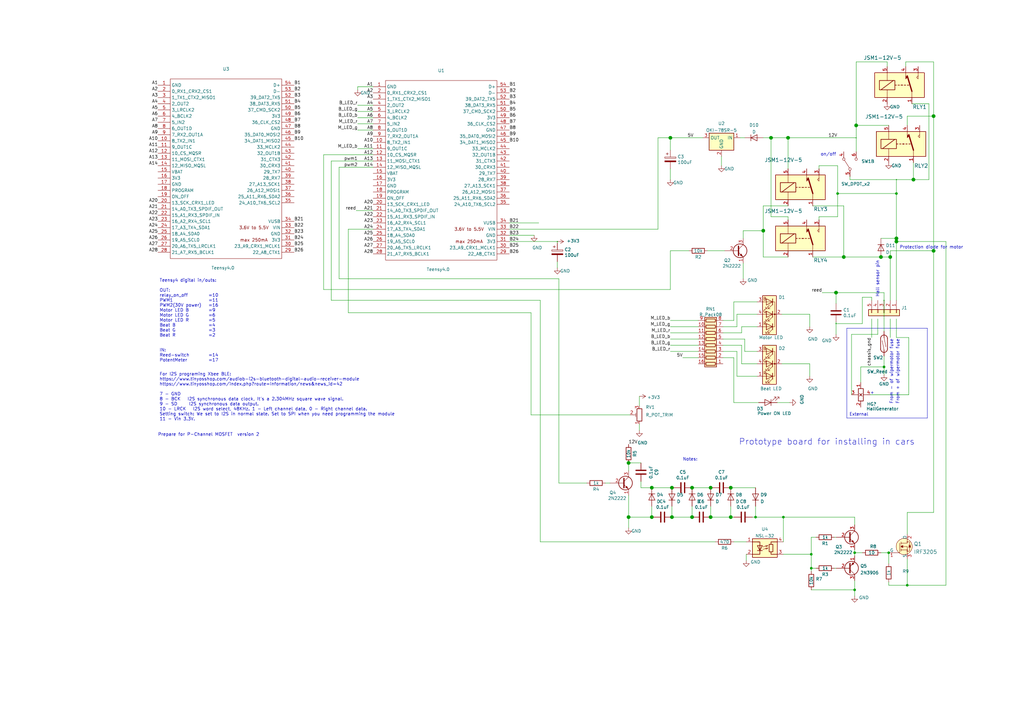
<source format=kicad_sch>
(kicad_sch (version 20220404) (generator eeschema)
  (paper "A3")
  (title_block (title "Prototype board") (date "2021-08-25") (rev "V2.5.1"))
  (junction (at 267.335 212.09) (diameter 1.3716))
  (junction (at 367.665 79.375))
  (junction (at 283.845 212.09) (diameter 1.3716))
  (junction (at 274.955 56.515) (diameter 1.3716))
  (junction (at 372.11 240.03))
  (junction (at 332.74 227.33))
  (junction (at 299.72 212.09) (diameter 1.3716))
  (junction (at 313.055 94.615) (diameter 1.3716))
  (junction (at 367.665 73.66) (diameter 0.259))
  (junction (at 257.81 189.865) (diameter 1.3716))
  (junction (at 228.6 99.06) (diameter 0.259))
  (junction (at 257.81 212.09) (diameter 1.3716))
  (junction (at 342.9 132.715) (diameter 0.259))
  (junction (at 374.65 73.66) (diameter 1.3716))
  (junction (at 332.74 233.045))
  (junction (at 275.59 212.09) (diameter 1.3716))
  (junction (at 364.49 226.695))
  (junction (at 342.9 120.015) (diameter 1.3716))
  (junction (at 351.155 56.515) (diameter 0.259))
  (junction (at 362.585 123.19) (diameter 0.259))
  (junction (at 275.59 200.025) (diameter 1.3716))
  (junction (at 365.125 105.41) (diameter 1.3716))
  (junction (at 367.665 99.06) (diameter 1.3716))
  (junction (at 382.905 47.625) (diameter 1.3716))
  (junction (at 362.585 150.495))
  (junction (at 343.535 79.375))
  (junction (at 382.905 102.87) (diameter 1.3716))
  (junction (at 291.465 200.025) (diameter 1.3716))
  (junction (at 361.315 105.41) (diameter 1.3716))
  (junction (at 346.075 105.41) (diameter 1.3716))
  (junction (at 350.52 226.695))
  (junction (at 367.665 97.79) (diameter 1.3716))
  (junction (at 351.155 51.435) (diameter 1.3716))
  (junction (at 321.31 212.09))
  (junction (at 283.845 200.025) (diameter 1.3716))
  (junction (at 309.88 212.09))
  (junction (at 299.72 200.025) (diameter 1.3716))
  (junction (at 291.465 212.09) (diameter 1.3716))
  (junction (at 316.23 56.515) (diameter 1.3716))
  (junction (at 323.215 56.515) (diameter 1.3716))
  (junction (at 267.335 200.025) (diameter 1.3716))
  (junction (at 350.52 241.935))
  (wire (pts (xy 139.065 68.58) (xy 139.065 114.3)))
  (wire (pts (xy 229.235 114.3) (xy 139.065 114.3)))
  (wire (pts (xy 349.25 161.925) (xy 349.25 137.16)))
  (wire (pts (xy 146.685 50.8) (xy 153.035 50.8)))
  (wire (pts (xy 371.475 25.4) (xy 382.905 25.4)))
  (wire (pts (xy 371.475 27.305) (xy 371.475 25.4)))
  (wire (pts (xy 304.8 107.95) (xy 304.8 114.3)))
  (wire (pts (xy 153.035 68.58) (xy 139.065 68.58)))
  (wire (pts (xy 342.265 220.345) (xy 342.9 220.345)))
  (wire (pts (xy 248.285 198.12) (xy 250.19 198.12)))
  (wire (pts (xy 286.385 136.525) (xy 274.955 136.525)))
  (wire (pts (xy 309.88 212.09) (xy 321.31 212.09)))
  (wire (pts (xy 321.31 212.09) (xy 350.52 212.09)))
  (wire (pts (xy 350.52 215.265) (xy 350.52 212.09)))
  (wire (pts (xy 286.385 131.445) (xy 274.955 131.445)))
  (wire (pts (xy 302.26 154.305) (xy 310.515 154.305)))
  (wire (pts (xy 267.335 212.09) (xy 267.97 212.09)))
  (wire (pts (xy 304.165 133.985) (xy 310.515 133.985)))
  (wire (pts (xy 343.535 79.375) (xy 367.665 79.375)))
  (wire (pts (xy 333.375 84.455) (xy 346.075 84.455)))
  (wire (pts (xy 346.075 84.455) (xy 346.075 105.41)))
  (wire (pts (xy 346.075 105.41) (xy 333.375 105.41)))
  (wire (pts (xy 365.125 130.81) (xy 365.125 138.43)))
  (wire (pts (xy 342.9 132.715) (xy 342.9 137.16)))
  (wire (pts (xy 323.215 56.515) (xy 323.215 69.215)))
  (wire (pts (xy 283.845 200.025) (xy 291.465 200.025)))
  (wire (pts (xy 364.49 226.695) (xy 361.315 226.695)))
  (wire (pts (xy 274.955 56.515) (xy 274.955 61.595)))
  (wire (pts (xy 286.385 144.145) (xy 274.955 144.145)))
  (wire (pts (xy 146.685 53.34) (xy 153.035 53.34)))
  (wire (pts (xy 353.695 121.92) (xy 353.695 132.715)))
  (polyline (pts (xy 380.365 171.45) (xy 380.365 134.62)) (stroke (width 0) (type solid)))
  (wire (pts (xy 316.23 88.9) (xy 316.23 56.515)))
  (wire (pts (xy 323.215 88.9) (xy 316.23 88.9)))
  (wire (pts (xy 323.215 90.17) (xy 323.215 88.9)))
  (wire (pts (xy 300.99 123.825) (xy 310.515 123.825)))
  (wire (pts (xy 308.61 212.09) (xy 309.88 212.09)))
  (wire (pts (xy 257.81 189.865) (xy 262.89 189.865)))
  (wire (pts (xy 146.685 35.56) (xy 146.685 36.83)))
  (wire (pts (xy 153.035 35.56) (xy 146.685 35.56)))
  (wire (pts (xy 309.88 207.645) (xy 309.88 212.09)))
  (wire (pts (xy 146.685 48.26) (xy 153.035 48.26)))
  (wire (pts (xy 372.11 47.625) (xy 382.905 47.625)))
  (wire (pts (xy 372.11 51.435) (xy 372.11 47.625)))
  (wire (pts (xy 382.905 25.4) (xy 382.905 47.625)))
  (wire (pts (xy 382.905 47.625) (xy 382.905 102.87)))
  (wire (pts (xy 382.905 102.87) (xy 382.905 210.185)))
  (wire (pts (xy 350.52 238.125) (xy 350.52 241.935)))
  (wire (pts (xy 350.52 241.935) (xy 350.52 244.475)))
  (wire (pts (xy 350.52 225.425) (xy 350.52 226.695)))
  (wire (pts (xy 350.52 226.695) (xy 350.52 227.965)))
  (wire (pts (xy 274.955 69.215) (xy 274.955 73.66)))
  (wire (pts (xy 295.91 64.135) (xy 295.91 67.945)))
  (wire (pts (xy 229.235 114.3) (xy 229.235 198.12)))
  (wire (pts (xy 142.875 93.98) (xy 153.035 93.98)))
  (wire (pts (xy 142.875 128.27) (xy 142.875 93.98)))
  (wire (pts (xy 217.805 128.27) (xy 142.875 128.27)))
  (wire (pts (xy 217.805 170.18) (xy 217.805 128.27)))
  (wire (pts (xy 229.235 198.12) (xy 240.665 198.12)))
  (wire (pts (xy 286.385 141.605) (xy 274.955 141.605)))
  (wire (pts (xy 296.545 141.605) (xy 304.165 141.605)))
  (wire (pts (xy 304.165 141.605) (xy 304.165 149.225)))
  (wire (pts (xy 332.105 149.225) (xy 332.105 154.305)))
  (wire (pts (xy 299.72 207.645) (xy 299.72 212.09)))
  (wire (pts (xy 280.035 146.685) (xy 286.385 146.685)))
  (wire (pts (xy 343.535 67.945) (xy 343.535 79.375)))
  (wire (pts (xy 343.535 79.375) (xy 343.535 88.9)))
  (wire (pts (xy 305.435 139.065) (xy 296.545 139.065)))
  (wire (pts (xy 305.435 144.145) (xy 305.435 139.065)))
  (wire (pts (xy 357.505 130.81) (xy 357.505 138.43)))
  (wire (pts (xy 342.9 132.715) (xy 353.695 132.715)))
  (wire (pts (xy 372.745 161.925) (xy 372.745 138.43)))
  (wire (pts (xy 353.06 150.495) (xy 362.585 150.495)))
  (wire (pts (xy 290.195 102.87) (xy 297.18 102.87)))
  (wire (pts (xy 228.6 107.315) (xy 228.6 109.855)))
  (wire (pts (xy 350.52 226.695) (xy 353.695 226.695)))
  (wire (pts (xy 302.26 128.905) (xy 302.26 133.985)))
  (wire (pts (xy 302.26 133.985) (xy 296.545 133.985)))
  (wire (pts (xy 262.255 162.56) (xy 262.255 166.37)))
  (wire (pts (xy 348.615 72.39) (xy 348.615 73.66)))
  (wire (pts (xy 269.875 93.98) (xy 269.875 56.515)))
  (wire (pts (xy 372.745 138.43) (xy 367.665 138.43)))
  (wire (pts (xy 304.165 133.985) (xy 304.165 136.525)))
  (wire (pts (xy 304.165 136.525) (xy 296.545 136.525)))
  (wire (pts (xy 146.685 60.96) (xy 153.035 60.96)))
  (wire (pts (xy 146.685 43.18) (xy 153.035 43.18)))
  (wire (pts (xy 362.585 123.19) (xy 362.585 135.89)))
  (wire (pts (xy 374.65 66.675) (xy 374.65 73.66)))
  (wire (pts (xy 332.74 220.345) (xy 332.74 227.33)))
  (wire (pts (xy 332.74 227.33) (xy 332.74 233.045)))
  (wire (pts (xy 334.645 220.345) (xy 332.74 220.345)))
  (wire (pts (xy 351.155 56.515) (xy 351.155 62.23)))
  (wire (pts (xy 362.585 120.015) (xy 362.585 123.19)))
  (polyline (pts (xy 347.345 134.62) (xy 380.365 134.62)) (stroke (width 0) (type solid)))
  (wire (pts (xy 351.155 25.4) (xy 351.155 51.435)))
  (wire (pts (xy 363.855 25.4) (xy 351.155 25.4)))
  (wire (pts (xy 363.855 27.305) (xy 363.855 25.4)))
  (polyline (pts (xy 347.345 171.45) (xy 380.365 171.45)) (stroke (width 0) (type solid)))
  (wire (pts (xy 367.665 73.66) (xy 367.665 79.375)))
  (wire (pts (xy 367.665 79.375) (xy 367.665 97.79)))
  (wire (pts (xy 367.665 97.79) (xy 367.665 99.06)))
  (wire (pts (xy 367.665 99.06) (xy 367.665 123.19)))
  (wire (pts (xy 353.06 156.845) (xy 353.06 150.495)))
  (wire (pts (xy 132.715 63.5) (xy 153.035 63.5)))
  (wire (pts (xy 332.74 241.935) (xy 350.52 241.935)))
  (wire (pts (xy 348.615 73.66) (xy 367.665 73.66)))
  (wire (pts (xy 267.335 200.025) (xy 275.59 200.025)))
  (wire (pts (xy 262.255 173.99) (xy 262.255 176.53)))
  (wire (pts (xy 291.465 212.09) (xy 299.72 212.09)))
  (wire (pts (xy 269.875 56.515) (xy 274.955 56.515)))
  (wire (pts (xy 274.955 56.515) (xy 288.29 56.515)))
  (polyline (pts (xy 347.345 134.62) (xy 347.345 171.45)) (stroke (width 0) (type solid)))
  (wire (pts (xy 360.045 130.81) (xy 360.045 137.16)))
  (wire (pts (xy 335.915 88.9) (xy 343.535 88.9)))
  (wire (pts (xy 335.915 90.17) (xy 335.915 88.9)))
  (wire (pts (xy 372.11 229.235) (xy 372.11 240.03)))
  (wire (pts (xy 361.315 97.79) (xy 367.665 97.79)))
  (wire (pts (xy 332.74 234.315) (xy 332.74 233.045)))
  (wire (pts (xy 291.465 200.025) (xy 292.1 200.025)))
  (wire (pts (xy 362.585 146.05) (xy 362.585 150.495)))
  (wire (pts (xy 217.805 170.18) (xy 258.445 170.18)))
  (wire (pts (xy 208.915 96.52) (xy 219.075 96.52)))
  (wire (pts (xy 300.99 222.25) (xy 306.07 222.25)))
  (wire (pts (xy 304.8 94.615) (xy 304.8 97.79)))
  (wire (pts (xy 257.81 212.09) (xy 267.335 212.09)))
  (wire (pts (xy 274.955 102.87) (xy 282.575 102.87)))
  (wire (pts (xy 342.265 233.045) (xy 342.9 233.045)))
  (wire (pts (xy 305.435 144.145) (xy 310.515 144.145)))
  (wire (pts (xy 357.505 121.92) (xy 357.505 123.19)))
  (wire (pts (xy 342.9 132.08) (xy 342.9 132.715)))
  (wire (pts (xy 356.87 161.925) (xy 372.745 161.925)))
  (wire (pts (xy 296.545 131.445) (xy 300.99 131.445)))
  (wire (pts (xy 300.99 131.445) (xy 300.99 123.825)))
  (wire (pts (xy 335.915 67.945) (xy 343.535 67.945)))
  (wire (pts (xy 335.915 69.215) (xy 335.915 67.945)))
  (wire (pts (xy 367.665 99.06) (xy 387.985 99.06)))
  (wire (pts (xy 387.985 240.03) (xy 387.985 99.06)))
  (wire (pts (xy 208.915 99.06) (xy 228.6 99.06)))
  (wire (pts (xy 228.6 99.06) (xy 228.6 99.695)))
  (wire (pts (xy 362.585 150.495) (xy 362.585 153.67)))
  (wire (pts (xy 320.675 128.905) (xy 332.105 128.905)))
  (wire (pts (xy 299.085 200.025) (xy 299.72 200.025)))
  (wire (pts (xy 299.72 200.025) (xy 309.88 200.025)))
  (wire (pts (xy 313.055 84.455) (xy 313.055 94.615)))
  (wire (pts (xy 323.215 84.455) (xy 313.055 84.455)))
  (wire (pts (xy 135.89 66.04) (xy 153.035 66.04)))
  (wire (pts (xy 275.59 207.645) (xy 275.59 212.09)))
  (wire (pts (xy 349.25 137.16) (xy 360.045 137.16)))
  (wire (pts (xy 302.26 144.145) (xy 296.545 144.145)))
  (wire (pts (xy 302.26 154.305) (xy 302.26 144.145)))
  (wire (pts (xy 372.11 219.075) (xy 372.11 210.185)))
  (wire (pts (xy 364.49 226.695) (xy 364.49 231.14)))
  (wire (pts (xy 302.26 128.905) (xy 310.515 128.905)))
  (wire (pts (xy 321.31 212.09) (xy 321.31 222.25)))
  (wire (pts (xy 365.125 102.87) (xy 382.905 102.87)))
  (wire (pts (xy 353.695 121.92) (xy 357.505 121.92)))
  (wire (pts (xy 135.89 123.19) (xy 135.89 66.04)))
  (wire (pts (xy 337.185 120.015) (xy 342.9 120.015)))
  (wire (pts (xy 342.9 120.015) (xy 362.585 120.015)))
  (wire (pts (xy 306.07 227.33) (xy 306.07 229.87)))
  (wire (pts (xy 146.685 45.72) (xy 153.035 45.72)))
  (wire (pts (xy 257.81 189.865) (xy 257.81 193.04)))
  (wire (pts (xy 283.845 207.645) (xy 283.845 212.09)))
  (wire (pts (xy 283.845 212.09) (xy 275.59 212.09)))
  (wire (pts (xy 286.385 133.985) (xy 274.955 133.985)))
  (wire (pts (xy 208.915 91.44) (xy 220.98 91.44)))
  (wire (pts (xy 346.075 105.41) (xy 361.315 105.41)))
  (wire (pts (xy 361.315 105.41) (xy 365.125 105.41)))
  (wire (pts (xy 267.335 207.645) (xy 267.335 212.09)))
  (wire (pts (xy 342.9 120.015) (xy 342.9 124.46)))
  (wire (pts (xy 364.49 238.76) (xy 364.49 240.03)))
  (wire (pts (xy 364.49 240.03) (xy 372.11 240.03)))
  (wire (pts (xy 221.615 222.25) (xy 293.37 222.25)))
  (wire (pts (xy 367.665 73.66) (xy 374.65 73.66)))
  (wire (pts (xy 374.015 42.545) (xy 381 42.545)))
  (wire (pts (xy 374.65 73.66) (xy 381 73.66)))
  (wire (pts (xy 381 42.545) (xy 381 73.66)))
  (wire (pts (xy 304.8 94.615) (xy 313.055 94.615)))
  (wire (pts (xy 313.055 94.615) (xy 313.055 105.41)))
  (wire (pts (xy 313.055 105.41) (xy 323.215 105.41)))
  (wire (pts (xy 332.74 233.045) (xy 334.645 233.045)))
  (wire (pts (xy 365.125 102.87) (xy 365.125 105.41)))
  (wire (pts (xy 365.125 105.41) (xy 365.125 123.19)))
  (wire (pts (xy 208.915 93.98) (xy 269.875 93.98)))
  (wire (pts (xy 320.675 149.225) (xy 332.105 149.225)))
  (wire (pts (xy 132.715 118.745) (xy 132.715 63.5)))
  (wire (pts (xy 274.955 102.87) (xy 274.955 118.745)))
  (wire (pts (xy 274.955 118.745) (xy 132.715 118.745)))
  (wire (pts (xy 286.385 139.065) (xy 274.955 139.065)))
  (wire (pts (xy 321.31 227.33) (xy 332.74 227.33)))
  (wire (pts (xy 262.89 197.485) (xy 262.89 200.025)))
  (wire (pts (xy 262.89 200.025) (xy 267.335 200.025)))
  (wire (pts (xy 351.155 51.435) (xy 351.155 56.515)))
  (wire (pts (xy 364.49 51.435) (xy 351.155 51.435)))
  (wire (pts (xy 291.465 207.645) (xy 291.465 212.09)))
  (wire (pts (xy 372.11 210.185) (xy 382.905 210.185)))
  (wire (pts (xy 367.665 130.81) (xy 367.665 138.43)))
  (wire (pts (xy 221.615 123.19) (xy 135.89 123.19)))
  (wire (pts (xy 221.615 222.25) (xy 221.615 123.19)))
  (wire (pts (xy 318.77 165.1) (xy 323.85 165.1)))
  (wire (pts (xy 276.225 200.025) (xy 275.59 200.025)))
  (wire (pts (xy 257.81 203.2) (xy 257.81 212.09)))
  (wire (pts (xy 257.81 212.09) (xy 257.81 216.535)))
  (wire (pts (xy 372.11 240.03) (xy 387.985 240.03)))
  (wire (pts (xy 146.05 86.36) (xy 153.035 86.36)))
  (wire (pts (xy 303.53 56.515) (xy 305.435 56.515)))
  (wire (pts (xy 313.055 56.515) (xy 316.23 56.515)))
  (wire (pts (xy 316.23 56.515) (xy 323.215 56.515)))
  (wire (pts (xy 323.215 56.515) (xy 351.155 56.515)))
  (wire (pts (xy 332.105 128.905) (xy 332.105 133.985)))
  (wire (pts (xy 296.545 146.685) (xy 300.99 146.685)))
  (wire (pts (xy 300.99 146.685) (xy 300.99 165.1)))
  (wire (pts (xy 300.99 165.1) (xy 311.15 165.1)))
  (wire (pts (xy 304.165 149.225) (xy 310.515 149.225)))
  (wire (pts (xy 299.72 212.09) (xy 300.99 212.09)))
  (text "Protection diode for motor" (at 368.935 102.235 0) (effects (font (size 1.27 1.27)) (justify left bottom)))
  (text "From - of wipermotor fuse\n" (at 366.395 139.065 90) (effects (font (size 1.27 1.27)) (justify right bottom)))
  (text "on/off" (at 336.55 64.135 0) (effects (font (size 1.27 1.27)) (justify left bottom)))
  (text "Notes:\n" (at 280.035 189.23 0) (effects (font (size 1.27 1.27)) (justify left bottom)))
  (text "For I2S programing Xbee BLE:\nhttps://www.tinyosshop.com/audiob-i2s-bluetooth-digital-audio-receiver-module\nhttps://www.tinyosshop.com/index.php?route=information/news&news_id=42\n\n7 - GND\n8 - BCK   I2S synchronous data clock, It's a 2.304MHz square wave signal.\n9 - SD     I2S synchronous data output.\n10 - LRCK   I2S word select, 48KHz. 1 - Left channel data, 0 - Right channel data.\nSetting switch: We set to I2S in normal state. Set to SPI when you need programming the module\n11 - Vin 3.3V." (at 65.405 172.72 0) (effects (font (size 1.27 1.27)) (justify left bottom)))
  (text "External" (at 356.235 170.815 0) (effects (font (size 1.27 1.27)) (justify right bottom)))
  (text "Prototype board for installing in cars" (at 375.2342 182.7784 0) (effects (font (size 2.5 2.5)) (justify right bottom)))
  (text "Prepare for P-Channel MOSFET  version 2" (at 64.77 179.07 0) (effects (font (size 1.27 1.27)) (justify left bottom)))
  (text "From + of wipermotor fuse" (at 368.935 139.065 90) (effects (font (size 1.27 1.27)) (justify right bottom)))
  (text "Hall sensor pin" (at 360.68 121.92 90) (effects (font (size 1.27 1.27)) (justify left bottom)))
  (text "Teensy4 digital in/outs:\n\nOUT:\nrelay_on_off	=10\nPWM1			=11\nPWM2(30V power)	=16\nMotor LED B 	=9\nMotor LED G 	=6\nMotor LED R 	=5\nBeat B 			=4\nBeat G			=3\nBeat R			=2\n\n\nIN:\nReed-switch		=14\nPotentMeter		=17" (at 65.405 148.59 0) (effects (font (size 1.27 1.27)) (justify left bottom)))
  (text "+" (at 356.87 161.925 0) (effects (font (size 1.27 1.27)) (justify left bottom)))
  (label "B_LED_r" (at 274.955 144.145 0))
  (label "B2" (at 120.65 37.465 0))
  (label "B22" (at 120.65 93.345 0))
  (label "A3" (at 153.035 40.64 0))
  (label "B1" (at 208.915 35.56 0))
  (label "B25" (at 120.65 100.965 0))
  (label "A11" (at 153.035 60.96 0))
  (label "pwm1" (at 146.685 66.04 0))
  (label "A26" (at 153.035 99.06 0))
  (label "B24" (at 120.65 98.425 0))
  (label "B4" (at 120.65 42.545 0))
  (label "A8" (at 153.035 53.34 0))
  (label "A22" (at 64.77 88.265 0))
  (label "A1" (at 64.77 34.925 0))
  (label "B_LED_b" (at 274.955 139.065 0))
  (label "A6" (at 153.035 48.26 0))
  (label "B5" (at 120.65 45.085 0))
  (label "A14" (at 64.77 67.945 0))
  (label "B21" (at 120.65 90.805 0))
  (label "A10" (at 64.77 57.785 0))
  (label "A11" (at 64.77 60.325 0))
  (label "reed" (at 146.05 86.36 0))
  (label "B9" (at 120.65 55.245 0))
  (label "A5" (at 153.035 45.72 0))
  (label "A9" (at 64.77 55.245 0))
  (label "A27" (at 64.77 100.965 0))
  (label "B3" (at 120.65 40.005 0))
  (label "A21" (at 153.035 86.36 0))
  (label "M_LED_b" (at 146.685 60.96 0))
  (label "A23" (at 64.77 90.805 0))
  (label "M_LED_r" (at 146.685 50.8 0))
  (label "M_LED_g" (at 146.685 53.34 0))
  (label "A6" (at 64.77 47.625 0))
  (label "B4" (at 208.915 43.18 0))
  (label "M_LED_g" (at 274.955 133.985 0))
  (label "A20" (at 153.035 83.82 0))
  (label "A28" (at 153.035 104.14 0))
  (label "A2" (at 153.035 38.1 0))
  (label "A25" (at 153.035 96.52 0))
  (label "A10" (at 153.035 58.42 0))
  (label "B24" (at 208.915 99.06 0))
  (label "B22" (at 208.915 93.98 0))
  (label "B7" (at 120.65 50.165 0))
  (label "M_LED_b" (at 274.955 131.445 0))
  (label "B_LED_g" (at 146.685 45.72 0))
  (label "B2" (at 208.915 38.1 0))
  (label "A8" (at 64.77 52.705 0))
  (label "chassis_gnd" (at 357.505 138.43 90))
  (label "B_LED_g" (at 274.955 141.605 0))
  (label "A13" (at 153.035 66.04 0))
  (label "reed" (at 337.185 120.015 0))
  (label "A2" (at 64.77 37.465 0))
  (label "A7" (at 153.035 50.8 0))
  (label "A4" (at 64.77 42.545 0))
  (label "M_LED_r" (at 274.955 136.525 0))
  (label "B6" (at 208.915 48.26 0))
  (label "A12" (at 64.77 62.865 0))
  (label "B10" (at 208.915 58.42 0))
  (label "5V" (at 280.035 146.685 0))
  (label "A21" (at 64.77 85.725 0))
  (label "B23" (at 120.65 95.885 0))
  (label "B6" (at 120.65 47.625 0))
  (label "pwm2" (at 146.685 68.58 0))
  (label "B3" (at 208.915 40.64 0))
  (label "B26" (at 120.65 103.505 0))
  (label "A12" (at 153.035 63.5 0))
  (label "B8" (at 120.65 52.705 0))
  (label "A25" (at 64.77 95.885 0))
  (label "A23" (at 153.035 91.44 0))
  (label "B23" (at 208.915 96.52 0))
  (label "5V" (at 284.48 56.515 0))
  (label "A1" (at 153.035 35.56 0))
  (label "A24" (at 64.77 93.345 0))
  (label "B25" (at 208.915 101.6 0))
  (label "A4" (at 153.035 43.18 0))
  (label "A24" (at 153.035 93.98 0))
  (label "A3" (at 64.77 40.005 0))
  (label "A20" (at 64.77 83.185 0))
  (label "A14" (at 153.035 68.58 0))
  (label "A27" (at 153.035 101.6 0))
  (label "B26" (at 208.915 104.14 0))
  (label "12V" (at 339.725 56.515 0))
  (label "B5" (at 208.915 45.72 0))
  (label "B_LED_r" (at 146.685 43.18 0))
  (label "B7" (at 208.915 50.8 0))
  (label "B9" (at 208.915 55.88 0))
  (label "A13" (at 64.77 65.405 0))
  (label "A28" (at 64.77 103.505 0))
  (label "A7" (at 64.77 50.165 0))
  (label "B10" (at 120.65 57.785 0))
  (label "12V" (at 257.81 182.245 0))
  (label "B8" (at 208.915 53.34 0))
  (label "B21" (at 208.915 91.44 0))
  (label "A26" (at 64.77 98.425 0))
  (label "A22" (at 153.035 88.9 0))
  (label "A5" (at 64.77 45.085 0))
  (label "B1" (at 120.65 34.925 0))
  (label "A9" (at 153.035 55.88 0))
  (label "B_LED_b" (at 146.685 48.26 0))
  (symbol (lib_id "Teensy4:Teensy4.0") (at 92.71 69.215 0) (unit 1)
    (default_instance (reference "U") (unit 1) (value "") (footprint ""))
    (property "Reference" "U3" (at 92.71 28.3018 0))
    (property "Value" "Teensy4.0" (at 91.44 109.855 0))
    (property "Footprint" "Hyperwiper 2020 production prototype all:Teensy40" (effects hide))
  )
  (symbol (lib_id "Switch:SW_DPDT_x2") (at 348.615 67.31 90) (unit 2)
    (default_instance (reference "U") (unit 1) (value "") (footprint ""))
    (property "Reference" "SW1" (at 353.2887 66.1606 90) (effects (justify right)))
    (property "Value" "SW_DPDT_x2" (at 345.0337 75.4443 90) (effects (justify right)))
    (property "Footprint" "Button_Switch_THT:SW_NKK_G1xJP" (effects hide))
  )
  (symbol (lib_id "power:GND") (at 363.855 42.545 0) (unit 1)
    (default_instance (reference "U") (unit 1) (value "") (footprint ""))
    (property "Reference" "#PWR03" (effects hide))
    (property "Value" "GND" (at 367.03 43.815 0))
  )
  (symbol (lib_id "Isolator:NSL-32") (at 313.69 224.79 0) (unit 1)
    (default_instance (reference "U") (unit 1) (value "") (footprint ""))
    (property "Reference" "U4" (at 313.69 217.0134 0))
    (property "Value" "NSL-32" (at 313.69 219.7885 0))
    (property "Footprint" "OptoDevice:Luna_NSL-32" (effects hide))
    (property "Datasheet" "http://lunainc.com/wp-content/uploads/2016/06/NSL-32.pdf" (effects hide))
  )
  (symbol (lib_id "power:GND") (at 228.6 109.855 0) (unit 1)
    (default_instance (reference "U") (unit 1) (value "") (footprint ""))
    (property "Reference" "#PWR0103" (effects hide))
    (property "Value" "GND" (at 231.775 111.125 0))
  )
  (symbol (lib_id "Device:C") (at 271.78 212.09 90) (unit 1)
    (default_instance (reference "U") (unit 1) (value "") (footprint ""))
    (property "Reference" "C4" (at 271.78 205.689 90))
    (property "Value" "0.1uF" (at 271.78 208.0006 90))
    (property "Footprint" "Capacitor_THT:C_Rect_L7.0mm_W2.5mm_P5.00mm" (effects hide))
    (property "Datasheet" "https://www.digikey.com/en/products/detail/tdk-corporation/C2012X7T2E104M125AE/2616394" (effects hide))
    (property "Digikey" "445-6808-1-ND" (effects hide))
    (property "LCSC Part #" "C710458" (effects hide))
  )
  (symbol (lib_id "dk_Transistors-FETs-MOSFETs-Single:IRF510PBF") (at 372.11 224.155 0) (unit 1)
    (default_instance (reference "U") (unit 1) (value "") (footprint ""))
    (property "Reference" "Q1" (at 374.7771 223.0903 0) (effects (font (size 1.524 1.524)) (justify left)))
    (property "Value" "IRF3205" (at 374.7771 226.3693 0) (effects (font (size 1.524 1.524)) (justify left)))
    (property "Footprint" "Package_TO_SOT_THT:TO-220-3_Vertical" (effects hide))
    (property "Datasheet" "http://www.vishay.com/docs/91015/sihf510.pdf" (effects hide))
    (property "Digi-Key_PN" "IRF510PBF-ND" (effects hide))
    (property "MPN" "IRF510PBF" (effects hide))
    (property "Category" "Discrete Semiconductor Products" (effects hide))
    (property "Family" "Transistors - FETs, MOSFETs - Single" (effects hide))
    (property "DK_Datasheet_Link" "http://www.vishay.com/docs/91015/sihf510.pdf" (effects hide))
    (property "DK_Detail_Page" "/product-detail/en/vishay-siliconix/IRF510PBF/IRF510PBF-ND/811710" (effects hide))
    (property "Description" "MOSFET N-CH 100V 5.6A TO-220AB" (effects hide))
    (property "Manufacturer" "Vishay Siliconix" (effects hide))
    (property "Status" "Active" (effects hide))
  )
  (symbol (lib_id "power:GND") (at 274.955 73.66 0) (unit 1)
    (default_instance (reference "U") (unit 1) (value "") (footprint ""))
    (property "Reference" "#PWR02" (effects hide))
    (property "Value" "GND" (at 278.13 74.93 0))
  )
  (symbol (lib_id "Device:R") (at 332.74 238.125 0) (unit 1)
    (default_instance (reference "U") (unit 1) (value "") (footprint ""))
    (property "Reference" "R7" (at 335.915 237.49 0))
    (property "Value" "10k" (at 332.74 238.125 90))
    (property "Footprint" "Resistor_THT:R_Axial_DIN0207_L6.3mm_D2.5mm_P10.16mm_Horizontal" (effects hide))
  )
  (symbol (lib_id "Device:R") (at 257.81 186.055 180) (unit 1)
    (default_instance (reference "U") (unit 1) (value "") (footprint ""))
    (property "Reference" "R5" (at 260.35 186.055 90))
    (property "Value" "10k" (at 257.81 186.055 90))
    (property "Footprint" "Resistor_THT:R_Axial_DIN0207_L6.3mm_D2.5mm_P10.16mm_Horizontal" (effects hide))
  )
  (symbol (lib_id "Device:R") (at 338.455 220.345 90) (unit 1)
    (default_instance (reference "U") (unit 1) (value "") (footprint ""))
    (property "Reference" "R1" (at 338.455 222.885 90))
    (property "Value" "1k" (at 338.455 220.345 90))
    (property "Footprint" "Resistor_THT:R_Axial_DIN0207_L6.3mm_D2.5mm_P10.16mm_Horizontal" (effects hide))
  )
  (symbol (lib_id "power:GND") (at 146.685 36.83 0) (unit 1)
    (default_instance (reference "U") (unit 1) (value "") (footprint ""))
    (property "Reference" "#PWR0117" (effects hide))
    (property "Value" "GND" (at 149.86 38.1 0))
  )
  (symbol (lib_id "Device:R") (at 286.385 102.87 90) (unit 1)
    (default_instance (reference "U") (unit 1) (value "") (footprint ""))
    (property "Reference" "R2" (at 286.385 105.41 90))
    (property "Value" "10k" (at 286.385 102.87 90))
    (property "Footprint" "Resistor_THT:R_Axial_DIN0207_L6.3mm_D2.5mm_P10.16mm_Horizontal" (effects hide))
  )
  (symbol (lib_id "Device:R") (at 297.18 222.25 90) (unit 1)
    (default_instance (reference "U") (unit 1) (value "") (footprint ""))
    (property "Reference" "R6" (at 297.18 224.79 90))
    (property "Value" "470" (at 297.18 222.25 90))
    (property "Footprint" "Resistor_THT:R_Axial_DIN0207_L6.3mm_D2.5mm_P10.16mm_Horizontal" (effects hide))
  )
  (symbol (lib_id "Connector_Generic:Conn_01x05") (at 362.585 128.27 270) (unit 1)
    (default_instance (reference "U") (unit 1) (value "") (footprint ""))
    (property "Reference" "J1" (at 369.6971 126.238 90) (effects (justify left)))
    (property "Value" "Conn_01x05" (effects hide))
    (property "Footprint" "TerminalBlock_MetzConnect:TerminalBlock_MetzConnect_Type011_RT05505HBWC_1x05_P5.00mm_Horizontal" (effects hide))
  )
  (symbol (lib_id "Device:LED_RCBG") (at 315.595 128.905 180) (unit 1)
    (default_instance (reference "U") (unit 1) (value "") (footprint ""))
    (property "Reference" "D1" (at 320.675 121.92 0))
    (property "Value" "Motor LED" (at 316.23 138.43 0))
    (property "Footprint" "LED_THT:LED_D5.0mm-4_RGB_Wide_Pins" (effects hide))
  )
  (symbol (lib_id "Device:LED") (at 314.96 165.1 180) (unit 1)
    (default_instance (reference "U") (unit 1) (value "") (footprint ""))
    (property "Reference" "D3" (at 313.055 167.64 0) (effects (justify left)))
    (property "Value" "Power ON LED" (at 324.485 169.545 0) (effects (justify left)))
    (property "Footprint" "LED_THT:LED_D5.0mm_Clear" (effects hide))
  )
  (symbol (lib_id "Transistor_BJT:2N3906") (at 347.98 233.045 0) (mirror x) (unit 1)
    (default_instance (reference "U") (unit 1) (value "") (footprint ""))
    (property "Reference" "Q5" (at 352.8315 232.1365 0) (effects (justify left)))
    (property "Value" "2N3906" (at 352.8315 234.9116 0) (effects (justify left)))
    (property "Footprint" "Package_TO_SOT_THT:TO-92_Inline" (effects hide))
    (property "Datasheet" "https://www.fairchildsemi.com/datasheets/2N/2N3906.pdf" (effects hide))
  )
  (symbol (lib_id "power:GND") (at 304.8 114.3 0) (unit 1)
    (default_instance (reference "U") (unit 1) (value "") (footprint ""))
    (property "Reference" "#PWR0102" (effects hide))
    (property "Value" "GND" (at 308.61 114.935 0))
  )
  (symbol (lib_id "Device:R_POT_TRIM") (at 262.255 170.18 180) (unit 1)
    (default_instance (reference "U") (unit 1) (value "") (footprint ""))
    (property "Reference" "RV1" (at 264.795 167.005 0) (effects (justify right)))
    (property "Value" "R_POT_TRIM" (at 264.795 170.18 0) (effects (justify right)))
    (property "Footprint" "Potentiometer_THT:Potentiometer_Piher_PT-10-V05_Vertical" (effects hide))
  )
  (symbol (lib_id "power:GND") (at 364.49 66.675 0) (unit 1)
    (default_instance (reference "U") (unit 1) (value "") (footprint ""))
    (property "Reference" "#PWR01" (effects hide))
    (property "Value" "GND" (at 367.665 67.945 0))
  )
  (symbol (lib_id "Device:R") (at 357.505 226.695 90) (unit 1)
    (default_instance (reference "U") (unit 1) (value "") (footprint ""))
    (property "Reference" "R8" (at 358.14 224.155 90))
    (property "Value" "10" (at 357.505 226.695 90))
    (property "Footprint" "Resistor_THT:R_Axial_DIN0207_L6.3mm_D2.5mm_P10.16mm_Horizontal" (effects hide))
  )
  (symbol (lib_id "Device:D") (at 267.335 203.835 270) (unit 1)
    (default_instance (reference "U") (unit 1) (value "") (footprint ""))
    (property "Reference" "D4" (at 269.3417 202.9265 90) (effects (justify left)))
    (property "Value" "D" (at 269.3417 205.7016 90) (effects (justify left)))
    (property "Footprint" "Diode_THT:D_DO-35_SOD27_P7.62mm_Horizontal" (effects hide))
  )
  (symbol (lib_id "Converter_DCDC:OKI-78SR-3.3_1.5-W36H-C") (at 295.91 56.515 0) (mirror y) (unit 1)
    (default_instance (reference "U") (unit 1) (value "") (footprint ""))
    (property "Reference" "U2" (at 295.91 50.6434 0))
    (property "Value" "OKI-78SR-5" (at 295.91 53.4185 0))
    (property "Footprint" "Converter_DCDC:Converter_DCDC_muRata_OKI-78SR_Horizontal" (effects hide))
    (property "Datasheet" "https://power.murata.com/data/power/oki-78sr.pdf" (effects hide))
  )
  (symbol (lib_id "power:GND") (at 262.255 176.53 0) (unit 1)
    (default_instance (reference "U") (unit 1) (value "") (footprint ""))
    (property "Reference" "#PWR0108" (effects hide))
    (property "Value" "GND" (at 263.525 181.61 0))
  )
  (symbol (lib_id "Device:C") (at 304.8 212.09 90) (unit 1)
    (default_instance (reference "U") (unit 1) (value "") (footprint ""))
    (property "Reference" "C8" (at 304.8 205.689 90))
    (property "Value" "0.1uF" (at 304.8 208.0006 90))
    (property "Footprint" "Capacitor_THT:C_Rect_L7.0mm_W2.5mm_P5.00mm" (effects hide))
    (property "Datasheet" "https://www.digikey.com/en/products/detail/tdk-corporation/C2012X7T2E104M125AE/2616394" (effects hide))
    (property "Digikey" "445-6808-1-ND" (effects hide))
    (property "LCSC Part #" "C710458" (effects hide))
  )
  (symbol (lib_id "Transistor_BJT:2N3904") (at 347.98 220.345 0) (unit 1)
    (default_instance (reference "U") (unit 1) (value "") (footprint ""))
    (property "Reference" "Q3" (at 342.6715 224.2756 0) (effects (justify left)))
    (property "Value" "2N2222" (at 342.0365 226.5743 0) (effects (justify left)))
    (property "Footprint" "Package_TO_SOT_THT:TO-92_Inline" (effects hide))
    (property "Datasheet" "https://www.fairchildsemi.com/datasheets/2N/2N3904.pdf" (effects hide))
  )
  (symbol (lib_id "power:GND") (at 350.52 244.475 0) (unit 1)
    (default_instance (reference "U") (unit 1) (value "") (footprint ""))
    (property "Reference" "#PWR0111" (effects hide))
    (property "Value" "GND" (at 354.33 245.11 0))
  )
  (symbol (lib_id "Device:C") (at 295.91 200.025 90) (unit 1)
    (default_instance (reference "U") (unit 1) (value "") (footprint ""))
    (property "Reference" "C7" (at 295.91 193.624 90))
    (property "Value" "0.1uF" (at 295.91 195.9356 90))
    (property "Footprint" "Capacitor_THT:C_Rect_L7.0mm_W2.5mm_P5.00mm" (effects hide))
    (property "Datasheet" "https://www.digikey.com/en/products/detail/tdk-corporation/C2012X7T2E104M125AE/2616394" (effects hide))
    (property "Digikey" "445-6808-1-ND" (effects hide))
    (property "LCSC Part #" "C710458" (effects hide))
  )
  (symbol (lib_id "Transistor_BJT:2N3904") (at 302.26 102.87 0) (unit 1)
    (default_instance (reference "U") (unit 1) (value "") (footprint ""))
    (property "Reference" "Q2" (at 296.9515 106.8006 0) (effects (justify left)))
    (property "Value" "2N2222" (at 296.3165 109.0993 0) (effects (justify left)))
    (property "Footprint" "Package_TO_SOT_THT:TO-92_Inline" (effects hide))
    (property "Datasheet" "https://www.fairchildsemi.com/datasheets/2N/2N3904.pdf" (effects hide))
  )
  (symbol (lib_id "Teensy4:Teensy4.0") (at 180.975 69.85 0) (unit 1)
    (default_instance (reference "U") (unit 1) (value "") (footprint ""))
    (property "Reference" "U1" (at 180.975 28.9368 0))
    (property "Value" "Teensy4.0" (at 179.705 110.49 0))
    (property "Footprint" "Hyperwiper 2020 production prototype all:Teensy40" (effects hide))
  )
  (symbol (lib_id "power:GND") (at 323.85 165.1 90) (unit 1)
    (default_instance (reference "U") (unit 1) (value "") (footprint ""))
    (property "Reference" "#PWR0105" (effects hide))
    (property "Value" "GND" (at 328.93 163.83 0))
  )
  (symbol (lib_id "Device:R") (at 338.455 233.045 90) (unit 1)
    (default_instance (reference "U") (unit 1) (value "") (footprint ""))
    (property "Reference" "R3" (at 338.455 235.585 90))
    (property "Value" "1k" (at 338.455 233.045 90))
    (property "Footprint" "Resistor_THT:R_Axial_DIN0207_L6.3mm_D2.5mm_P10.16mm_Horizontal" (effects hide))
  )
  (symbol (lib_id "power:+3V3") (at 262.255 162.56 270) (unit 1)
    (default_instance (reference "U") (unit 1) (value "") (footprint ""))
    (property "Reference" "#PWR0116" (effects hide))
    (property "Value" "+3V3" (at 265.4301 162.9283 90) (effects (justify left)))
  )
  (symbol (lib_id "Device:C") (at 287.655 212.09 90) (unit 1)
    (default_instance (reference "U") (unit 1) (value "") (footprint ""))
    (property "Reference" "C6" (at 287.655 205.689 90))
    (property "Value" "0.1uF" (at 287.655 208.0006 90))
    (property "Footprint" "Capacitor_THT:C_Rect_L7.0mm_W2.5mm_P5.00mm" (effects hide))
    (property "Datasheet" "https://www.digikey.com/en/products/detail/tdk-corporation/C2012X7T2E104M125AE/2616394" (effects hide))
    (property "Digikey" "445-6808-1-ND" (effects hide))
    (property "LCSC Part #" "C710458" (effects hide))
  )
  (symbol (lib_id "Device:C") (at 280.035 200.025 90) (unit 1)
    (default_instance (reference "U") (unit 1) (value "") (footprint ""))
    (property "Reference" "C5" (at 280.035 193.6242 90))
    (property "Value" "0.1uF" (at 280.035 195.9356 90))
    (property "Footprint" "Capacitor_THT:C_Rect_L7.0mm_W2.5mm_P5.00mm" (effects hide))
    (property "Datasheet" "https://www.digikey.com/en/products/detail/tdk-corporation/C2012X7T2E104M125AE/2616394" (effects hide))
    (property "Digikey" "445-6808-1-ND" (effects hide))
    (property "LCSC Part #" "C710458" (effects hide))
  )
  (symbol (lib_id "Device:R") (at 364.49 234.95 0) (unit 1)
    (default_instance (reference "U") (unit 1) (value "") (footprint ""))
    (property "Reference" "R9" (at 371.475 234.315 0))
    (property "Value" "1k" (at 364.49 234.95 90))
    (property "Footprint" "Resistor_THT:R_Axial_DIN0207_L6.3mm_D2.5mm_P10.16mm_Horizontal" (effects hide))
  )
  (symbol (lib_id "Device:CP") (at 274.955 65.405 0) (unit 1)
    (default_instance (reference "U") (unit 1) (value "") (footprint ""))
    (property "Reference" "C3" (at 277.8761 64.2556 0) (effects (justify left)))
    (property "Value" "100uF" (at 277.8761 66.5543 0) (effects (justify left)))
    (property "Footprint" "Capacitor_THT:CP_Radial_D5.0mm_P2.50mm" (effects hide))
  )
  (symbol (lib_id "power:GND") (at 342.9 137.16 0) (unit 1)
    (default_instance (reference "U") (unit 1) (value "") (footprint ""))
    (property "Reference" "#PWR0110" (effects hide))
    (property "Value" "GND" (at 339.09 139.7 0))
  )
  (symbol (lib_id "Relay:SANYOU_SRD_Form_C") (at 369.57 59.055 0) (unit 1)
    (default_instance (reference "U") (unit 1) (value "") (footprint ""))
    (property "Reference" "RLY2" (at 377.825 67.9909 0) (effects (font (size 1.524 1.524))))
    (property "Value" "JSM1-12V-5" (at 362.585 47.8385 0) (effects (font (size 1.524 1.524))))
    (property "Footprint" "Hyperwiper 2020 production prototype all:SRA12VDCCL" (effects hide))
    (property "Datasheet" "http://www.sanyourelay.ca/public/products/pdf/SRD.pdf" (effects hide))
    (property "Digi-Key_PN" "255-1240-ND" (effects hide))
    (property "MPN" "JSM1-12V-5" (effects hide))
    (property "Category" "Relays" (effects hide))
    (property "Family" "Automotive Relays" (effects hide))
    (property "DK_Datasheet_Link" "https://media.digikey.com/pdf/Data%20Sheets/Panasonic%20Electric%20Works%20PDFs/JS-M_Series_Rev_Dec_2011.pdf" (effects hide))
    (property "DK_Detail_Page" "/product-detail/en/panasonic-electric-works/JSM1-12V-5/255-1240-ND/274764" (effects hide))
    (property "Description" "RELAY AUTOMOTIVE SPDT 15A 12V" (effects hide))
    (property "Manufacturer" "Panasonic Electric Works" (effects hide))
    (property "Status" "Active" (effects hide))
  )
  (symbol (lib_id "Relay:SANYOU_SRD_Form_C") (at 328.295 97.79 0) (unit 1)
    (default_instance (reference "U") (unit 1) (value "") (footprint ""))
    (property "Reference" "RLY4" (at 336.55 106.7259 0) (effects (font (size 1.524 1.524))))
    (property "Value" "JSM1-12V-5" (at 321.31 86.5735 0) (effects (font (size 1.524 1.524))))
    (property "Footprint" "Hyperwiper 2020 production prototype all:SRA12VDCCL" (effects hide))
    (property "Datasheet" "http://www.sanyourelay.ca/public/products/pdf/SRD.pdf" (effects hide))
    (property "Digi-Key_PN" "255-1240-ND" (effects hide))
    (property "MPN" "JSM1-12V-5" (effects hide))
    (property "Category" "Relays" (effects hide))
    (property "Family" "Automotive Relays" (effects hide))
    (property "DK_Datasheet_Link" "https://media.digikey.com/pdf/Data%20Sheets/Panasonic%20Electric%20Works%20PDFs/JS-M_Series_Rev_Dec_2011.pdf" (effects hide))
    (property "DK_Detail_Page" "/product-detail/en/panasonic-electric-works/JSM1-12V-5/255-1240-ND/274764" (effects hide))
    (property "Description" "RELAY AUTOMOTIVE SPDT 15A 12V" (effects hide))
    (property "Manufacturer" "Panasonic Electric Works" (effects hide))
    (property "Status" "Active" (effects hide))
  )
  (symbol (lib_id "Device:D") (at 291.465 203.835 90) (unit 1)
    (default_instance (reference "U") (unit 1) (value "") (footprint ""))
    (property "Reference" "D7" (at 293.4717 202.9265 90) (effects (justify right)))
    (property "Value" "D" (at 293.4717 205.7016 90) (effects (justify right)))
    (property "Footprint" "Diode_THT:D_DO-35_SOD27_P7.62mm_Horizontal" (effects hide))
  )
  (symbol (lib_id "power:GND") (at 219.075 96.52 0) (unit 1)
    (default_instance (reference "U") (unit 1) (value "") (footprint ""))
    (property "Reference" "#PWR0109" (effects hide))
    (property "Value" "GND" (at 220.345 101.6 0))
  )
  (symbol (lib_id "power:GND") (at 295.91 67.945 0) (unit 1)
    (default_instance (reference "U") (unit 1) (value "") (footprint ""))
    (property "Reference" "#PWR0101" (effects hide))
    (property "Value" "GND" (at 299.085 69.215 0))
  )
  (symbol (lib_id "power:GND") (at 332.105 133.985 0) (unit 1)
    (default_instance (reference "U") (unit 1) (value "") (footprint ""))
    (property "Reference" "#PWR0107" (effects hide))
    (property "Value" "GND" (at 333.375 139.065 0))
  )
  (symbol (lib_id "Device:CP") (at 228.6 103.505 0) (unit 1)
    (default_instance (reference "U") (unit 1) (value "") (footprint ""))
    (property "Reference" "C2" (at 231.5211 102.3556 0) (effects (justify left)))
    (property "Value" "100uF" (at 231.5211 104.6543 0) (effects (justify left)))
    (property "Footprint" "Capacitor_THT:CP_Radial_D5.0mm_P2.50mm" (effects hide))
  )
  (symbol (lib_id "Device:LED_RCBG") (at 315.595 149.225 180) (unit 1)
    (default_instance (reference "U") (unit 1) (value "") (footprint ""))
    (property "Reference" "D2" (at 320.675 142.875 0))
    (property "Value" "Beat LED" (at 316.23 159.385 0))
    (property "Footprint" "LED_THT:LED_D5.0mm-4_RGB_Wide_Pins" (effects hide))
  )
  (symbol (lib_id "Relay:SANYOU_SRD_Form_C") (at 368.935 34.925 0) (unit 1)
    (default_instance (reference "U") (unit 1) (value "") (footprint ""))
    (property "Reference" "RLY1" (at 377.19 43.8609 0) (effects (font (size 1.524 1.524))))
    (property "Value" "JSM1-12V-5" (at 361.95 23.7085 0) (effects (font (size 1.524 1.524))))
    (property "Footprint" "Hyperwiper 2020 production prototype all:SRA12VDCCL" (effects hide))
    (property "Datasheet" "http://www.sanyourelay.ca/public/products/pdf/SRD.pdf" (effects hide))
    (property "Digi-Key_PN" "255-1240-ND" (effects hide))
    (property "MPN" "JSM1-12V-5" (effects hide))
    (property "Category" "Relays" (effects hide))
    (property "Family" "Automotive Relays" (effects hide))
    (property "DK_Datasheet_Link" "https://media.digikey.com/pdf/Data%20Sheets/Panasonic%20Electric%20Works%20PDFs/JS-M_Series_Rev_Dec_2011.pdf" (effects hide))
    (property "DK_Detail_Page" "/product-detail/en/panasonic-electric-works/JSM1-12V-5/255-1240-ND/274764" (effects hide))
    (property "Description" "RELAY AUTOMOTIVE SPDT 15A 12V" (effects hide))
    (property "Manufacturer" "Panasonic Electric Works" (effects hide))
    (property "Status" "Active" (effects hide))
  )
  (symbol (lib_id "Device:D") (at 299.72 203.835 270) (unit 1)
    (default_instance (reference "U") (unit 1) (value "") (footprint ""))
    (property "Reference" "D8" (at 301.7267 202.9265 90) (effects (justify left)))
    (property "Value" "D" (at 301.7267 205.7016 90) (effects (justify left)))
    (property "Footprint" "Diode_THT:D_DO-35_SOD27_P7.62mm_Horizontal" (effects hide))
  )
  (symbol (lib_id "power:+3V3") (at 228.6 99.06 270) (unit 1)
    (default_instance (reference "U") (unit 1) (value "") (footprint ""))
    (property "Reference" "#PWR0113" (effects hide))
    (property "Value" "+3V3" (at 232.4101 98.7933 90) (effects (justify left)))
  )
  (symbol (lib_id "Device:C") (at 342.9 128.27 0) (unit 1)
    (default_instance (reference "U") (unit 1) (value "") (footprint ""))
    (property "Reference" "C1" (at 345.8211 127.1206 0) (effects (justify left)))
    (property "Value" "0.1uF" (at 345.821 129.419 0) (effects (justify left)))
    (property "Footprint" "Capacitor_THT:C_Rect_L7.0mm_W2.5mm_P5.00mm" (effects hide))
  )
  (symbol (lib_id "Device:R") (at 244.475 198.12 90) (unit 1)
    (default_instance (reference "U") (unit 1) (value "") (footprint ""))
    (property "Reference" "R4" (at 244.475 200.66 90))
    (property "Value" "1k" (at 244.475 198.12 90))
    (property "Footprint" "Resistor_THT:R_Axial_DIN0207_L6.3mm_D2.5mm_P10.16mm_Horizontal" (effects hide))
  )
  (symbol (lib_id "Device:D") (at 309.88 203.835 90) (unit 1)
    (default_instance (reference "U") (unit 1) (value "") (footprint ""))
    (property "Reference" "D9" (at 311.8867 202.9265 90) (effects (justify right)))
    (property "Value" "D" (at 311.8867 205.7016 90) (effects (justify right)))
    (property "Footprint" "Diode_THT:D_DO-35_SOD27_P7.62mm_Horizontal" (effects hide))
  )
  (symbol (lib_id "Device:D") (at 275.59 203.835 90) (unit 1)
    (default_instance (reference "U") (unit 1) (value "") (footprint ""))
    (property "Reference" "D5" (at 277.5967 202.9265 90) (effects (justify right)))
    (property "Value" "D" (at 277.5967 205.7016 90) (effects (justify right)))
    (property "Footprint" "Diode_THT:D_DO-35_SOD27_P7.62mm_Horizontal" (effects hide))
  )
  (symbol (lib_id "Relay:SANYOU_SRD_Form_C") (at 328.295 76.835 0) (unit 1)
    (default_instance (reference "U") (unit 1) (value "") (footprint ""))
    (property "Reference" "RLY3" (at 336.55 85.7709 0) (effects (font (size 1.524 1.524))))
    (property "Value" "JSM1-12V-5" (at 321.31 65.6185 0) (effects (font (size 1.524 1.524))))
    (property "Footprint" "Hyperwiper 2020 production prototype all:SRA12VDCCL" (effects hide))
    (property "Datasheet" "http://www.sanyourelay.ca/public/products/pdf/SRD.pdf" (effects hide))
    (property "Digi-Key_PN" "255-1240-ND" (effects hide))
    (property "MPN" "JSM1-12V-5" (effects hide))
    (property "Category" "Relays" (effects hide))
    (property "Family" "Automotive Relays" (effects hide))
    (property "DK_Datasheet_Link" "https://media.digikey.com/pdf/Data%20Sheets/Panasonic%20Electric%20Works%20PDFs/JS-M_Series_Rev_Dec_2011.pdf" (effects hide))
    (property "DK_Detail_Page" "/product-detail/en/panasonic-electric-works/JSM1-12V-5/255-1240-ND/274764" (effects hide))
    (property "Description" "RELAY AUTOMOTIVE SPDT 15A 12V" (effects hide))
    (property "Manufacturer" "Panasonic Electric Works" (effects hide))
    (property "Status" "Active" (effects hide))
  )
  (symbol (lib_id "Device:HallGenerator") (at 353.06 161.925 0) (unit 1)
    (default_instance (reference "HG") (unit 1) (value "HallGenerator") (footprint ""))
    (property "Reference" "HG?" (at 357.505 165.735 0))
    (property "Value" "HallGenerator" (at 361.95 167.64 0))
  )
  (symbol (lib_id "Device:R_Pack08") (at 291.465 139.065 90) (unit 1)
    (default_instance (reference "U") (unit 1) (value "") (footprint ""))
    (property "Reference" "RN1" (at 291.465 126.7418 90))
    (property "Value" "R_Pack08" (at 291.465 129.0405 90))
    (property "Footprint" "Package_DIP:DIP-16_W7.62mm_LongPads" (effects hide))
    (property "Datasheet" "https://www.mouser.com/ProductDetail/Bourns/4116R-1-471?qs=%252BWt%2Fy7Tool6Ltt3D%252BHZMUw%3D%3D" (effects hide))
  )
  (symbol (lib_id "Transistor_BJT:2N3904") (at 255.27 198.12 0) (unit 1)
    (default_instance (reference "U") (unit 1) (value "") (footprint ""))
    (property "Reference" "Q4" (at 249.9615 202.0506 0) (effects (justify left)))
    (property "Value" "2N2222" (at 249.3265 204.3493 0) (effects (justify left)))
    (property "Footprint" "Package_TO_SOT_THT:TO-92_Inline" (effects hide))
    (property "Datasheet" "https://www.fairchildsemi.com/datasheets/2N/2N3904.pdf" (effects hide))
  )
  (symbol (lib_id "Device:C") (at 262.89 193.675 0) (unit 1)
    (default_instance (reference "U") (unit 1) (value "") (footprint ""))
    (property "Reference" "C9" (at 269.291 193.675 90))
    (property "Value" "0.1uF" (at 266.9794 193.675 90))
    (property "Footprint" "Capacitor_THT:C_Rect_L7.0mm_W2.5mm_P5.00mm" (effects hide))
    (property "Datasheet" "https://www.digikey.com/en/products/detail/tdk-corporation/C2012X7T2E104M125AE/2616394" (effects hide))
    (property "Digikey" "445-6808-1-ND" (effects hide))
    (property "LCSC Part #" "C710458" (effects hide))
  )
  (symbol (lib_id "Switch:SW_Reed") (at 362.585 140.97 270) (unit 1)
    (default_instance (reference "U") (unit 1) (value "") (footprint ""))
    (property "Reference" "SW2" (at 358.14 146.685 90) (effects (justify left)))
    (property "Value" "SW_Reed" (at 355.6 152.4 90) (effects (justify left)))
    (property "Footprint" "Button_Switch_SMD:SW_SPST_REED_CT10-XXXX-G1" (effects hide))
  )
  (symbol (lib_id "Device:D") (at 283.845 203.835 270) (unit 1)
    (default_instance (reference "U") (unit 1) (value "") (footprint ""))
    (property "Reference" "D6" (at 285.8517 202.9265 90) (effects (justify left)))
    (property "Value" "D" (at 285.8517 205.7016 90) (effects (justify left)))
    (property "Footprint" "Diode_THT:D_DO-35_SOD27_P7.62mm_Horizontal" (effects hide))
  )
  (symbol (lib_id "power:GND") (at 362.585 153.67 0) (unit 1)
    (default_instance (reference "U") (unit 1) (value "") (footprint ""))
    (property "Reference" "#PWR0104" (effects hide))
    (property "Value" "GND" (at 362.585 157.48 0))
  )
  (symbol (lib_id "Device:D") (at 361.315 101.6 270) (unit 1)
    (default_instance (reference "U") (unit 1) (value "") (footprint ""))
    (property "Reference" "D11" (at 363.3217 100.6915 90) (effects (justify left)))
    (property "Value" "D" (at 363.3217 103.4666 90) (effects (justify left)))
    (property "Footprint" "Diode_THT:D_DO-35_SOD27_P7.62mm_Horizontal" (effects hide))
  )
  (symbol (lib_id "power:GND") (at 306.07 229.87 0) (unit 1)
    (default_instance (reference "U") (unit 1) (value "") (footprint ""))
    (property "Reference" "#PWR05" (effects hide))
    (property "Value" "GND" (at 309.88 230.505 0))
  )
  (symbol (lib_id "Device:D") (at 309.245 56.515 0) (unit 1)
    (default_instance (reference "U") (unit 1) (value "") (footprint ""))
    (property "Reference" "D10" (at 309.245 51.3038 0))
    (property "Value" "D" (at 309.245 54.0789 0))
    (property "Footprint" "Diode_THT:D_DO-35_SOD27_P7.62mm_Horizontal" (effects hide))
  )
  (symbol (lib_id "power:GND") (at 257.81 216.535 0) (unit 1)
    (default_instance (reference "U") (unit 1) (value "") (footprint ""))
    (property "Reference" "#PWR04" (effects hide))
    (property "Value" "GND" (at 260.985 217.805 0))
  )
  (symbol (lib_id "power:GND") (at 332.105 154.305 0) (unit 1)
    (default_instance (reference "U") (unit 1) (value "") (footprint ""))
    (property "Reference" "#PWR0106" (effects hide))
    (property "Value" "GND" (at 333.375 159.385 0))
  )
)
</source>
